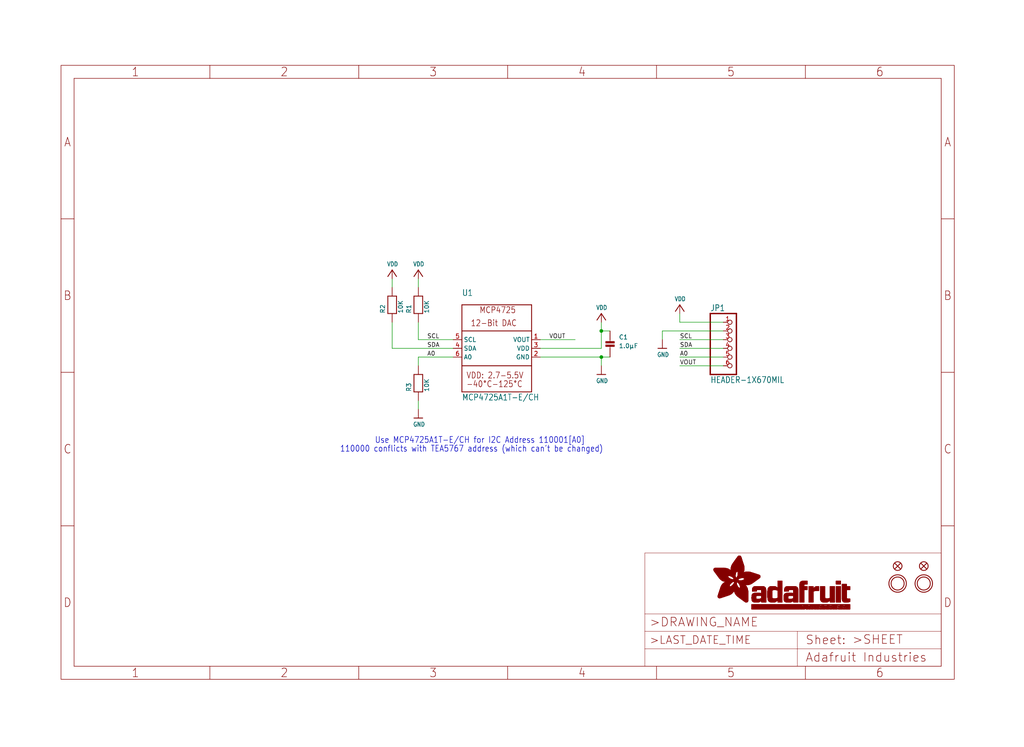
<source format=kicad_sch>
(kicad_sch (version 20211123) (generator eeschema)
  (paper "User" 298.45 217.881)
  (lib_symbols
    (symbol "eagleSchem-eagle-import:CAP_CERAMIC0805"
      (property "Reference" "C" (at 2.54 2.54 0))
      (property "Value" "CAP_CERAMIC0805" (at 2.54 0 0))
      (symbol "CAP_CERAMIC0805_1_0"
        (pin passive line (at 0 5.08 270) (length 2.54) (name "P$1") (number "1"))
        (pin passive line (at 0 -2.54 90) (length 2.54) (name "P$2") (number "2"))
      )
    )
    (symbol "eagleSchem-eagle-import:DAC_MCP4725"
      (property "Reference" "U" (at -10.16 15.24 0))
      (property "Value" "DAC_MCP4725" (at -10.16 -15.24 0))
      (symbol "DAC_MCP4725_1_0"
        (text "-40°C-125°C" (at -8.89 -11.43 0) (effects (font (size 1.778 1.5113)) (justify left bottom)))
        (text "12-Bit DAC" (at -7.62 6.35 0) (effects (font (size 1.778 1.5113)) (justify left bottom)))
        (text "MCP4725" (at -5.08 10.16 0) (effects (font (size 1.778 1.5113)) (justify left bottom)))
        (text "VDD: 2.7-5.5V" (at -8.89 -8.89 0) (effects (font (size 1.778 1.5113)) (justify left bottom)))
        (pin output line (at 12.7 2.54 180) (length 2.54) (name "VOUT") (number "1"))
        (pin power_in line (at 12.7 -2.54 180) (length 2.54) (name "GND") (number "2"))
        (pin power_in line (at 12.7 0 180) (length 2.54) (name "VDD") (number "3"))
        (pin bidirectional line (at -12.7 0 0) (length 2.54) (name "SDA") (number "4"))
        (pin bidirectional line (at -12.7 2.54 0) (length 2.54) (name "SCL") (number "5"))
        (pin input line (at -12.7 -2.54 0) (length 2.54) (name "A0") (number "6"))
      )
    )
    (symbol "eagleSchem-eagle-import:FIDUCIAL{dblquote}{dblquote}")
    (symbol "eagleSchem-eagle-import:FRAME_A4_ADAFRUIT"
      (symbol "FRAME_A4_ADAFRUIT_1_0"
        (text "1" (at 21.6958 1.905 0) (effects (font (size 2.54 2.286))))
        (text "1" (at 21.6958 177.165 0) (effects (font (size 2.54 2.286))))
        (text "2" (at 65.0875 1.905 0) (effects (font (size 2.54 2.286))))
        (text "2" (at 65.0875 177.165 0) (effects (font (size 2.54 2.286))))
        (text "3" (at 108.4792 1.905 0) (effects (font (size 2.54 2.286))))
        (text "3" (at 108.4792 177.165 0) (effects (font (size 2.54 2.286))))
        (text "4" (at 151.8708 1.905 0) (effects (font (size 2.54 2.286))))
        (text "4" (at 151.8708 177.165 0) (effects (font (size 2.54 2.286))))
        (text "5" (at 195.2625 1.905 0) (effects (font (size 2.54 2.286))))
        (text "5" (at 195.2625 177.165 0) (effects (font (size 2.54 2.286))))
        (text "6" (at 238.6542 1.905 0) (effects (font (size 2.54 2.286))))
        (text "6" (at 238.6542 177.165 0) (effects (font (size 2.54 2.286))))
        (text ">DRAWING_NAME" (at 171.45 15.24 0) (effects (font (size 2.54 2.54)) (justify left bottom)))
        (text ">LAST_DATE_TIME" (at 171.45 10.16 0) (effects (font (size 2.286 2.286)) (justify left bottom)))
        (text ">SHEET" (at 230.505 10.16 0) (effects (font (size 2.54 2.54)) (justify left bottom)))
        (text "A" (at 1.905 156.6863 0) (effects (font (size 2.54 2.286))))
        (text "A" (at 258.445 156.6863 0) (effects (font (size 2.54 2.286))))
        (text "Adafruit Industries" (at 216.916 4.953 0) (effects (font (size 2.54 2.54)) (justify left bottom)))
        (text "B" (at 1.905 111.9188 0) (effects (font (size 2.54 2.286))))
        (text "B" (at 258.445 111.9188 0) (effects (font (size 2.54 2.286))))
        (text "C" (at 1.905 67.1513 0) (effects (font (size 2.54 2.286))))
        (text "C" (at 258.445 67.1513 0) (effects (font (size 2.54 2.286))))
        (text "D" (at 1.905 22.3838 0) (effects (font (size 2.54 2.286))))
        (text "D" (at 258.445 22.3838 0) (effects (font (size 2.54 2.286))))
        (text "Sheet:" (at 216.916 10.033 0) (effects (font (size 2.54 2.54)) (justify left bottom)))
      )
    )
    (symbol "eagleSchem-eagle-import:GND" (power)
      (property "Value" "GND" (at -1.524 -2.54 0))
      (symbol "GND_1_0"
        (pin power_in line (at 0 2.54 270) (length 2.54) (name "GND") (number "1"))
      )
    )
    (symbol "eagleSchem-eagle-import:HEADER-1X670MIL"
      (property "Reference" "JP" (at -6.35 10.795 0))
      (property "Value" "HEADER-1X670MIL" (at -6.35 -10.16 0))
      (symbol "HEADER-1X670MIL_1_0"
        (pin passive inverted (at -2.54 7.62 0) (length 2.54) (name "1") (number "1"))
        (pin passive inverted (at -2.54 5.08 0) (length 2.54) (name "2") (number "2"))
        (pin passive inverted (at -2.54 2.54 0) (length 2.54) (name "3") (number "3"))
        (pin passive inverted (at -2.54 0 0) (length 2.54) (name "4") (number "4"))
        (pin passive inverted (at -2.54 -2.54 0) (length 2.54) (name "5") (number "5"))
        (pin passive inverted (at -2.54 -5.08 0) (length 2.54) (name "6") (number "6"))
      )
    )
    (symbol "eagleSchem-eagle-import:MOUNTINGHOLE2.5")
    (symbol "eagleSchem-eagle-import:RESISTOR0805"
      (property "Reference" "R" (at -2.54 2.032 0))
      (property "Value" "RESISTOR0805" (at -2.54 -3.175 0))
      (symbol "RESISTOR0805_1_0"
        (pin passive line (at -5.08 0 0) (length 2.54) (name "1") (number "1"))
        (pin passive line (at 5.08 0 180) (length 2.54) (name "2") (number "2"))
      )
    )
    (symbol "eagleSchem-eagle-import:VDD" (power)
      (property "Value" "VDD" (at -1.524 3.556 0))
      (symbol "VDD_1_0"
        (pin power_in line (at 0 0 90) (length 2.54) (name "VDD") (number "1"))
      )
    )
  )
  (junction (at 175.26 96.52))
  (junction (at 175.26 104.14))
  (wire (pts (xy 198.12 93.98) (xy 198.12 91.44)))
  (wire (pts (xy 193.04 96.52) (xy 193.04 99.06)))
  (wire (pts (xy 157.48 99.06) (xy 167.64 99.06)))
  (wire (pts (xy 132.08 99.06) (xy 121.92 99.06)))
  (wire (pts (xy 210.82 106.68) (xy 198.12 106.68)))
  (wire (pts (xy 132.08 104.14) (xy 121.92 104.14)))
  (wire (pts (xy 175.26 104.14) (xy 175.26 106.68)))
  (wire (pts (xy 132.08 101.6) (xy 114.3 101.6)))
  (wire (pts (xy 114.3 83.82) (xy 114.3 81.28)))
  (wire (pts (xy 121.92 116.84) (xy 121.92 119.38)))
  (wire (pts (xy 157.48 104.14) (xy 175.26 104.14)))
  (wire (pts (xy 175.26 96.52) (xy 175.26 93.98)))
  (wire (pts (xy 121.92 99.06) (xy 121.92 93.98)))
  (wire (pts (xy 114.3 101.6) (xy 114.3 93.98)))
  (wire (pts (xy 177.8 104.14) (xy 175.26 104.14)))
  (wire (pts (xy 210.82 104.14) (xy 198.12 104.14)))
  (wire (pts (xy 121.92 83.82) (xy 121.92 81.28)))
  (wire (pts (xy 210.82 93.98) (xy 198.12 93.98)))
  (wire (pts (xy 210.82 96.52) (xy 193.04 96.52)))
  (wire (pts (xy 157.48 101.6) (xy 175.26 101.6)))
  (wire (pts (xy 177.8 96.52) (xy 175.26 96.52)))
  (wire (pts (xy 175.26 101.6) (xy 175.26 96.52)))
  (wire (pts (xy 210.82 101.6) (xy 198.12 101.6)))
  (wire (pts (xy 121.92 104.14) (xy 121.92 106.68)))
  (wire (pts (xy 210.82 99.06) (xy 198.12 99.06)))
  (text "Use MCP4725A1T-E/CH for I2C Address 110001[A0]" (at 109.22 129.54 180) (effects (font (size 1.778 1.5113)) (justify left bottom)))
  (text "110000 conflicts with TEA5767 address (which can't be changed)" (at 99.06 132.08 180) (effects (font (size 1.778 1.5113)) (justify left bottom)))
  (label "SDA" (at 198.12 101.6 0) (effects (font (size 1.2446 1.2446))))
  (label "A0" (at 198.12 104.14 0) (effects (font (size 1.2446 1.2446))))
  (label "A0" (at 124.46 104.14 0) (effects (font (size 1.2446 1.2446))))
  (label "SCL" (at 198.12 99.06 0) (effects (font (size 1.2446 1.2446))))
  (label "SCL" (at 124.46 99.06 0) (effects (font (size 1.2446 1.2446))))
  (label "VOUT" (at 160.02 99.06 0) (effects (font (size 1.2446 1.2446))))
  (label "VOUT" (at 198.12 106.68 0) (effects (font (size 1.2446 1.2446))))
  (label "SDA" (at 124.46 101.6 0) (effects (font (size 1.2446 1.2446))))
  (symbol (lib_id "eagleSchem-eagle-import:RESISTOR0805") (at 121.92 111.76 90) (unit 1)
    (property "Reference" "R3" (at 119.888 114.3 0) (effects (justify left bottom)))
    (property "Value" "10K" (at 125.095 114.3 0) (effects (justify left bottom)))
    (property "Footprint" "eagleSchem:0805" (effects hide))
  )
  (symbol (lib_id "eagleSchem-eagle-import:GND") (at 193.04 101.6 0) (unit 1)
    (property "Reference" "#U$10" (effects hide))
    (property "Value" "GND" (at 191.516 104.14 0) (effects (font (size 1.27 1.0795)) (justify left bottom)))
    (property "Footprint" "eagleSchem:" (effects hide))
  )
  (symbol (lib_id "eagleSchem-eagle-import:VDD") (at 114.3 81.28 0) (unit 1)
    (property "Reference" "#U$4" (effects hide))
    (property "Value" "VDD" (at 112.776 77.724 0) (effects (font (size 1.27 1.0795)) (justify left bottom)))
    (property "Footprint" "eagleSchem:" (effects hide))
  )
  (symbol (lib_id "eagleSchem-eagle-import:FRAME_A4_ADAFRUIT") (at 17.78 198.12 0) (unit 1)
    (property "Reference" "#U$1" (effects hide))
    (property "Value" "FRAME_A4_ADAFRUIT" (effects hide))
    (property "Footprint" "eagleSchem:" (effects hide))
  )
  (symbol (lib_id "eagleSchem-eagle-import:FIDUCIAL{dblquote}{dblquote}") (at 269.24 165.1 0) (unit 1)
    (property "Reference" "FID1" (effects hide))
    (property "Value" "FIDUCIAL{dblquote}{dblquote}" (effects hide))
    (property "Footprint" "eagleSchem:FIDUCIAL_1MM" (effects hide))
  )
  (symbol (lib_id "eagleSchem-eagle-import:GND") (at 175.26 109.22 0) (unit 1)
    (property "Reference" "#U$3" (effects hide))
    (property "Value" "GND" (at 173.736 111.76 0) (effects (font (size 1.27 1.0795)) (justify left bottom)))
    (property "Footprint" "eagleSchem:" (effects hide))
  )
  (symbol (lib_id "eagleSchem-eagle-import:CAP_CERAMIC0805") (at 177.8 101.6 0) (unit 1)
    (property "Reference" "C1" (at 180.34 99.06 0) (effects (justify left bottom)))
    (property "Value" "1.0µF" (at 180.34 101.6 0) (effects (justify left bottom)))
    (property "Footprint" "eagleSchem:0805" (effects hide))
  )
  (symbol (lib_id "eagleSchem-eagle-import:RESISTOR0805") (at 121.92 88.9 90) (unit 1)
    (property "Reference" "R1" (at 119.888 91.44 0) (effects (justify left bottom)))
    (property "Value" "10K" (at 125.095 91.44 0) (effects (justify left bottom)))
    (property "Footprint" "eagleSchem:0805" (effects hide))
  )
  (symbol (lib_id "eagleSchem-eagle-import:GND") (at 121.92 121.92 0) (unit 1)
    (property "Reference" "#U$6" (effects hide))
    (property "Value" "GND" (at 120.396 124.46 0) (effects (font (size 1.27 1.0795)) (justify left bottom)))
    (property "Footprint" "eagleSchem:" (effects hide))
  )
  (symbol (lib_id "eagleSchem-eagle-import:HEADER-1X670MIL") (at 213.36 101.6 0) (unit 1)
    (property "Reference" "JP1" (at 207.01 90.805 0) (effects (font (size 1.778 1.5113)) (justify left bottom)))
    (property "Value" "HEADER-1X670MIL" (at 207.01 111.76 0) (effects (font (size 1.778 1.5113)) (justify left bottom)))
    (property "Footprint" "eagleSchem:1X06_ROUND_70" (effects hide))
  )
  (symbol (lib_id "eagleSchem-eagle-import:FIDUCIAL{dblquote}{dblquote}") (at 261.62 165.1 0) (unit 1)
    (property "Reference" "FID2" (effects hide))
    (property "Value" "FIDUCIAL{dblquote}{dblquote}" (effects hide))
    (property "Footprint" "eagleSchem:FIDUCIAL_1MM" (effects hide))
  )
  (symbol (lib_id "eagleSchem-eagle-import:RESISTOR0805") (at 114.3 88.9 90) (unit 1)
    (property "Reference" "R2" (at 112.268 91.44 0) (effects (justify left bottom)))
    (property "Value" "10K" (at 117.475 91.44 0) (effects (justify left bottom)))
    (property "Footprint" "eagleSchem:0805" (effects hide))
  )
  (symbol (lib_id "eagleSchem-eagle-import:DAC_MCP4725") (at 144.78 101.6 0) (unit 1)
    (property "Reference" "U1" (at 134.62 86.36 0) (effects (font (size 1.778 1.5113)) (justify left bottom)))
    (property "Value" "MCP4725A1T-E/CH" (at 134.62 116.84 0) (effects (font (size 1.778 1.5113)) (justify left bottom)))
    (property "Footprint" "eagleSchem:SOT23-6" (effects hide))
  )
  (symbol (lib_id "eagleSchem-eagle-import:VDD") (at 175.26 93.98 0) (unit 1)
    (property "Reference" "#U$2" (effects hide))
    (property "Value" "VDD" (at 173.736 90.424 0) (effects (font (size 1.27 1.0795)) (justify left bottom)))
    (property "Footprint" "eagleSchem:" (effects hide))
  )
  (symbol (lib_id "eagleSchem-eagle-import:VDD") (at 198.12 91.44 0) (unit 1)
    (property "Reference" "#U$9" (effects hide))
    (property "Value" "VDD" (at 196.596 87.884 0) (effects (font (size 1.27 1.0795)) (justify left bottom)))
    (property "Footprint" "eagleSchem:" (effects hide))
  )
  (symbol (lib_id "eagleSchem-eagle-import:MOUNTINGHOLE2.5") (at 269.24 170.18 0) (unit 1)
    (property "Reference" "U$7" (effects hide))
    (property "Value" "MOUNTINGHOLE2.5" (effects hide))
    (property "Footprint" "eagleSchem:MOUNTINGHOLE_2.5_PLATED" (effects hide))
  )
  (symbol (lib_id "eagleSchem-eagle-import:VDD") (at 121.92 81.28 0) (unit 1)
    (property "Reference" "#U$5" (effects hide))
    (property "Value" "VDD" (at 120.396 77.724 0) (effects (font (size 1.27 1.0795)) (justify left bottom)))
    (property "Footprint" "eagleSchem:" (effects hide))
  )
  (symbol (lib_id "eagleSchem-eagle-import:MOUNTINGHOLE2.5") (at 261.62 170.18 0) (unit 1)
    (property "Reference" "U$8" (effects hide))
    (property "Value" "MOUNTINGHOLE2.5" (effects hide))
    (property "Footprint" "eagleSchem:MOUNTINGHOLE_2.5_PLATED" (effects hide))
  )
)
</source>
